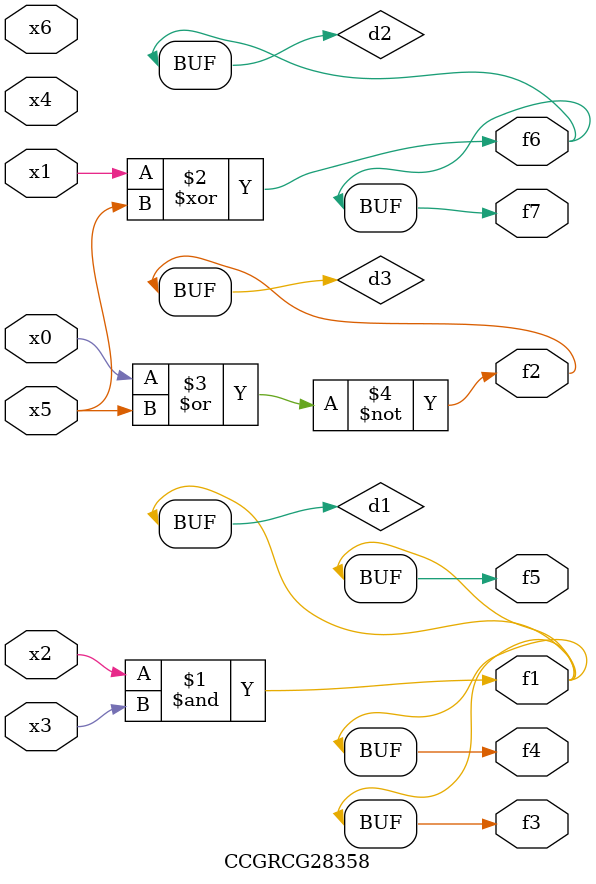
<source format=v>
module CCGRCG28358(
	input x0, x1, x2, x3, x4, x5, x6,
	output f1, f2, f3, f4, f5, f6, f7
);

	wire d1, d2, d3;

	and (d1, x2, x3);
	xor (d2, x1, x5);
	nor (d3, x0, x5);
	assign f1 = d1;
	assign f2 = d3;
	assign f3 = d1;
	assign f4 = d1;
	assign f5 = d1;
	assign f6 = d2;
	assign f7 = d2;
endmodule

</source>
